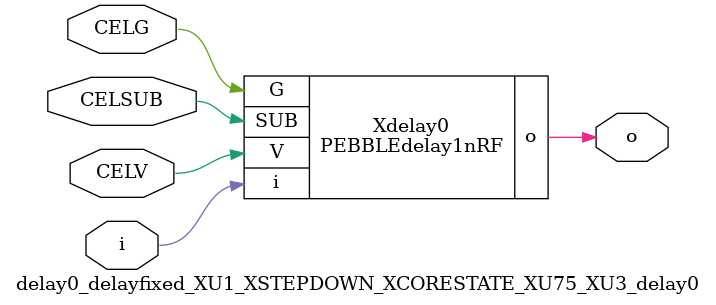
<source format=v>



module PEBBLEdelay1nRF ( o, V, G, i, SUB );

  input V;
  input i;
  input G;
  output o;
  input SUB;
endmodule

//Celera Confidential Do Not Copy delay0_delayfixed_XU1_XSTEPDOWN_XCORESTATE_XU75_XU3_delay0
//TYPE: fixed 1ns
module delay0_delayfixed_XU1_XSTEPDOWN_XCORESTATE_XU75_XU3_delay0 (i, CELV, o,
CELG,CELSUB);
input CELV;
input i;
output o;
input CELSUB;
input CELG;

//Celera Confidential Do Not Copy delayfast0
PEBBLEdelay1nRF Xdelay0(
.V (CELV),
.i (i),
.o (o),
.G (CELG),
.SUB (CELSUB)
);
//,diesize,PEBBLEdelay1nRF

//Celera Confidential Do Not Copy Module End
//Celera Schematic Generator
endmodule

</source>
